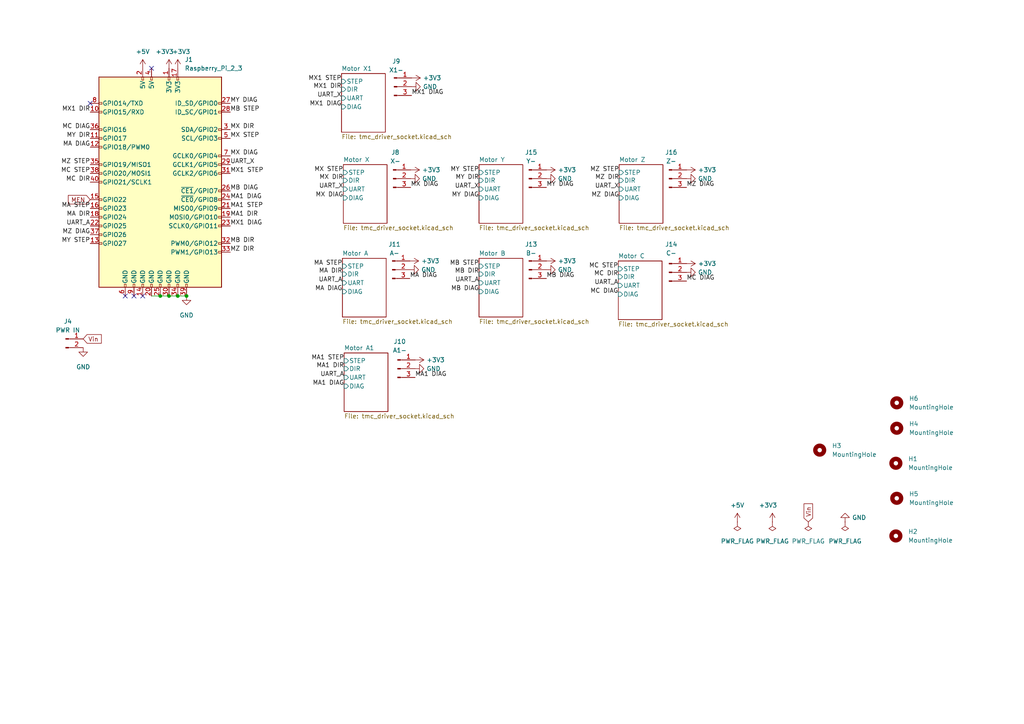
<source format=kicad_sch>
(kicad_sch (version 20211123) (generator eeschema)
  (paper "A4")
  (lib_symbols
    (symbol "Connector:Conn_01x02_Male" (pin_names (offset 1.016) hide)
      (property "Reference" "J" (at 0 2.54 0))
      (property "Value" "Conn_01x02_Male" (at 0 -5.08 0))
      (symbol "Conn_01x02_Male_1_1"
        (polyline (pts (xy 1.27 -2.54) (xy 0.8636 -2.54)) (stroke (width 0.1524)))
        (polyline (pts (xy 1.27 0) (xy 0.8636 0)) (stroke (width 0.1524)))
        (rectangle (start 0.8636 -2.413) (end 0 -2.667) (stroke (width 0.1524)) (fill (type outline)))
        (rectangle (start 0.8636 0.127) (end 0 -0.127) (stroke (width 0.1524)) (fill (type outline)))
        (pin passive line (at 5.08 0 180) (length 3.81) (name "Pin_1") (number "1"))
        (pin passive line (at 5.08 -2.54 180) (length 3.81) (name "Pin_2") (number "2"))
      )
    )
    (symbol "Connector:Conn_01x03_Male" (pin_names (offset 1.016) hide)
      (property "Reference" "J" (at 0 5.08 0))
      (property "Value" "Conn_01x03_Male" (at 0 -5.08 0))
      (symbol "Conn_01x03_Male_1_1"
        (polyline (pts (xy 1.27 -2.54) (xy 0.8636 -2.54)) (stroke (width 0.1524)))
        (polyline (pts (xy 1.27 0) (xy 0.8636 0)) (stroke (width 0.1524)))
        (polyline (pts (xy 1.27 2.54) (xy 0.8636 2.54)) (stroke (width 0.1524)))
        (rectangle (start 0.8636 -2.413) (end 0 -2.667) (stroke (width 0.1524)) (fill (type outline)))
        (rectangle (start 0.8636 0.127) (end 0 -0.127) (stroke (width 0.1524)) (fill (type outline)))
        (rectangle (start 0.8636 2.667) (end 0 2.413) (stroke (width 0.1524)) (fill (type outline)))
        (pin passive line (at 5.08 2.54 180) (length 3.81) (name "Pin_1") (number "1"))
        (pin passive line (at 5.08 0 180) (length 3.81) (name "Pin_2") (number "2"))
        (pin passive line (at 5.08 -2.54 180) (length 3.81) (name "Pin_3") (number "3"))
      )
    )
    (symbol "Connector:Raspberry_Pi_2_3" (pin_names (offset 1.016))
      (property "Reference" "J" (at -17.78 31.75 0))
      (property "Value" "Raspberry_Pi_2_3" (at 10.16 -31.75 0))
      (symbol "Raspberry_Pi_2_3_0_1"
        (rectangle (start -17.78 30.48) (end 17.78 -30.48) (stroke (width 0.254)) (fill (type background)))
      )
      (symbol "Raspberry_Pi_2_3_1_1"
        (rectangle (start -16.891 -17.526) (end -17.78 -18.034))
        (rectangle (start -16.891 -14.986) (end -17.78 -15.494))
        (rectangle (start -16.891 -12.446) (end -17.78 -12.954))
        (rectangle (start -16.891 -9.906) (end -17.78 -10.414))
        (rectangle (start -16.891 -7.366) (end -17.78 -7.874))
        (rectangle (start -16.891 -4.826) (end -17.78 -5.334))
        (rectangle (start -16.891 0.254) (end -17.78 -0.254))
        (rectangle (start -16.891 2.794) (end -17.78 2.286))
        (rectangle (start -16.891 5.334) (end -17.78 4.826))
        (rectangle (start -16.891 10.414) (end -17.78 9.906))
        (rectangle (start -16.891 12.954) (end -17.78 12.446))
        (rectangle (start -16.891 15.494) (end -17.78 14.986))
        (rectangle (start -16.891 20.574) (end -17.78 20.066))
        (rectangle (start -16.891 23.114) (end -17.78 22.606))
        (rectangle (start -10.414 -29.591) (end -9.906 -30.48))
        (rectangle (start -7.874 -29.591) (end -7.366 -30.48))
        (rectangle (start -5.334 -29.591) (end -4.826 -30.48))
        (rectangle (start -5.334 30.48) (end -4.826 29.591))
        (rectangle (start -2.794 -29.591) (end -2.286 -30.48))
        (rectangle (start -2.794 30.48) (end -2.286 29.591))
        (rectangle (start -0.254 -29.591) (end 0.254 -30.48))
        (rectangle (start 2.286 -29.591) (end 2.794 -30.48))
        (rectangle (start 2.286 30.48) (end 2.794 29.591))
        (rectangle (start 4.826 -29.591) (end 5.334 -30.48))
        (rectangle (start 4.826 30.48) (end 5.334 29.591))
        (rectangle (start 7.366 -29.591) (end 7.874 -30.48))
        (rectangle (start 17.78 -20.066) (end 16.891 -20.574))
        (rectangle (start 17.78 -17.526) (end 16.891 -18.034))
        (rectangle (start 17.78 -12.446) (end 16.891 -12.954))
        (rectangle (start 17.78 -9.906) (end 16.891 -10.414))
        (rectangle (start 17.78 -7.366) (end 16.891 -7.874))
        (rectangle (start 17.78 -4.826) (end 16.891 -5.334))
        (rectangle (start 17.78 -2.286) (end 16.891 -2.794))
        (rectangle (start 17.78 2.794) (end 16.891 2.286))
        (rectangle (start 17.78 5.334) (end 16.891 4.826))
        (rectangle (start 17.78 7.874) (end 16.891 7.366))
        (rectangle (start 17.78 12.954) (end 16.891 12.446))
        (rectangle (start 17.78 15.494) (end 16.891 14.986))
        (rectangle (start 17.78 20.574) (end 16.891 20.066))
        (rectangle (start 17.78 23.114) (end 16.891 22.606))
        (pin power_in line (at 2.54 33.02 270) (length 2.54) (name "3V3") (number "1"))
        (pin bidirectional line (at -20.32 20.32 0) (length 2.54) (name "GPIO15/RXD") (number "10"))
        (pin bidirectional line (at -20.32 12.7 0) (length 2.54) (name "GPIO17") (number "11"))
        (pin bidirectional line (at -20.32 10.16 0) (length 2.54) (name "GPIO18/PWM0") (number "12"))
        (pin bidirectional line (at -20.32 -17.78 0) (length 2.54) (name "GPIO27") (number "13"))
        (pin power_in line (at -5.08 -33.02 90) (length 2.54) (name "GND") (number "14"))
        (pin bidirectional line (at -20.32 -5.08 0) (length 2.54) (name "GPIO22") (number "15"))
        (pin bidirectional line (at -20.32 -7.62 0) (length 2.54) (name "GPIO23") (number "16"))
        (pin power_in line (at 5.08 33.02 270) (length 2.54) (name "3V3") (number "17"))
        (pin bidirectional line (at -20.32 -10.16 0) (length 2.54) (name "GPIO24") (number "18"))
        (pin bidirectional line (at 20.32 -10.16 180) (length 2.54) (name "MOSI0/GPIO10") (number "19"))
        (pin power_in line (at -5.08 33.02 270) (length 2.54) (name "5V") (number "2"))
        (pin power_in line (at -2.54 -33.02 90) (length 2.54) (name "GND") (number "20"))
        (pin bidirectional line (at 20.32 -7.62 180) (length 2.54) (name "MISO0/GPIO9") (number "21"))
        (pin bidirectional line (at -20.32 -12.7 0) (length 2.54) (name "GPIO25") (number "22"))
        (pin bidirectional line (at 20.32 -12.7 180) (length 2.54) (name "SCLK0/GPIO11") (number "23"))
        (pin bidirectional line (at 20.32 -5.08 180) (length 2.54) (name "~{CE0}/GPIO8") (number "24"))
        (pin power_in line (at 0 -33.02 90) (length 2.54) (name "GND") (number "25"))
        (pin bidirectional line (at 20.32 -2.54 180) (length 2.54) (name "~{CE1}/GPIO7") (number "26"))
        (pin bidirectional line (at 20.32 22.86 180) (length 2.54) (name "ID_SD/GPIO0") (number "27"))
        (pin bidirectional line (at 20.32 20.32 180) (length 2.54) (name "ID_SC/GPIO1") (number "28"))
        (pin bidirectional line (at 20.32 5.08 180) (length 2.54) (name "GCLK1/GPIO5") (number "29"))
        (pin bidirectional line (at 20.32 15.24 180) (length 2.54) (name "SDA/GPIO2") (number "3"))
        (pin power_in line (at 2.54 -33.02 90) (length 2.54) (name "GND") (number "30"))
        (pin bidirectional line (at 20.32 2.54 180) (length 2.54) (name "GCLK2/GPIO6") (number "31"))
        (pin bidirectional line (at 20.32 -17.78 180) (length 2.54) (name "PWM0/GPIO12") (number "32"))
        (pin bidirectional line (at 20.32 -20.32 180) (length 2.54) (name "PWM1/GPIO13") (number "33"))
        (pin power_in line (at 5.08 -33.02 90) (length 2.54) (name "GND") (number "34"))
        (pin bidirectional line (at -20.32 5.08 0) (length 2.54) (name "GPIO19/MISO1") (number "35"))
        (pin bidirectional line (at -20.32 15.24 0) (length 2.54) (name "GPIO16") (number "36"))
        (pin bidirectional line (at -20.32 -15.24 0) (length 2.54) (name "GPIO26") (number "37"))
        (pin bidirectional line (at -20.32 2.54 0) (length 2.54) (name "GPIO20/MOSI1") (number "38"))
        (pin power_in line (at 7.62 -33.02 90) (length 2.54) (name "GND") (number "39"))
        (pin power_in line (at -2.54 33.02 270) (length 2.54) (name "5V") (number "4"))
        (pin bidirectional line (at -20.32 0 0) (length 2.54) (name "GPIO21/SCLK1") (number "40"))
        (pin bidirectional line (at 20.32 12.7 180) (length 2.54) (name "SCL/GPIO3") (number "5"))
        (pin power_in line (at -10.16 -33.02 90) (length 2.54) (name "GND") (number "6"))
        (pin bidirectional line (at 20.32 7.62 180) (length 2.54) (name "GCLK0/GPIO4") (number "7"))
        (pin bidirectional line (at -20.32 22.86 0) (length 2.54) (name "GPIO14/TXD") (number "8"))
        (pin power_in line (at -7.62 -33.02 90) (length 2.54) (name "GND") (number "9"))
      )
    )
    (symbol "Mechanical:MountingHole" (pin_names (offset 1.016))
      (property "Reference" "H" (at 0 5.08 0))
      (property "Value" "MountingHole" (at 0 3.175 0))
      (symbol "MountingHole_0_1"
        (circle (center 0 0) (radius 1.27) (stroke (width 1.27)))
      )
    )
    (symbol "power:+3V3" (power) (pin_names (offset 0))
      (property "Value" "+3V3" (at 0 3.556 0))
      (symbol "+3V3_0_1"
        (polyline (pts (xy -0.762 1.27) (xy 0 2.54)))
        (polyline (pts (xy 0 0) (xy 0 2.54)))
        (polyline (pts (xy 0 2.54) (xy 0.762 1.27)))
      )
      (symbol "+3V3_1_1"
        (pin power_in line (at 0 0 90) (length 0) hide (name "+3V3") (number "1"))
      )
    )
    (symbol "power:+5V" (power) (pin_names (offset 0))
      (property "Value" "+5V" (at 0 3.556 0))
      (symbol "+5V_0_1"
        (polyline (pts (xy -0.762 1.27) (xy 0 2.54)))
        (polyline (pts (xy 0 0) (xy 0 2.54)))
        (polyline (pts (xy 0 2.54) (xy 0.762 1.27)))
      )
      (symbol "+5V_1_1"
        (pin power_in line (at 0 0 90) (length 0) hide (name "+5V") (number "1"))
      )
    )
    (symbol "power:GND" (power) (pin_names (offset 0))
      (property "Value" "GND" (at 0 -3.81 0))
      (symbol "GND_0_1"
        (polyline (pts (xy 0 0) (xy 0 -1.27) (xy 1.27 -1.27) (xy 0 -2.54) (xy -1.27 -1.27) (xy 0 -1.27)))
      )
      (symbol "GND_1_1"
        (pin power_in line (at 0 0 270) (length 0) hide (name "GND") (number "1"))
      )
    )
    (symbol "power:PWR_FLAG" (power) (pin_numbers hide) (pin_names (offset 0) hide)
      (property "Value" "PWR_FLAG" (at 0 3.81 0))
      (symbol "PWR_FLAG_0_0"
        (pin power_out line (at 0 0 90) (length 0) (name "pwr") (number "1"))
      )
      (symbol "PWR_FLAG_0_1"
        (polyline (pts (xy 0 0) (xy 0 1.27) (xy -1.016 1.905) (xy 0 2.54) (xy 1.016 1.905) (xy 0 1.27)))
      )
    )
  )
  (junction (at 49.022 85.852))
  (junction (at 46.482 85.852))
  (junction (at 51.562 85.852))
  (junction (at 54.102 85.852))
  (no_connect (at 26.162 29.972))
  (no_connect (at 43.942 19.812))
  (no_connect (at 41.402 85.852))
  (no_connect (at 36.322 85.852))
  (no_connect (at 38.862 85.852))
  (wire (pts (xy 51.562 85.852) (xy 54.102 85.852)))
  (wire (pts (xy 49.022 85.852) (xy 51.562 85.852)))
  (wire (pts (xy 43.942 85.852) (xy 46.482 85.852)))
  (wire (pts (xy 46.482 85.852) (xy 49.022 85.852)))
  (label "UART_A" (at 138.938 82.042 180))
  (label "UART_X" (at 66.802 47.752 0))
  (label "MA1 STEP" (at 99.822 104.648 180))
  (label "MB DIAG" (at 138.938 84.582 180))
  (label "MY DIR" (at 26.162 40.132 180))
  (label "MX1 STEP" (at 66.802 50.292 0))
  (label "MC DIR" (at 26.162 52.832 180))
  (label "MX1 DIAG" (at 119.38 27.686 0))
  (label "UART_X" (at 138.938 54.864 180))
  (label "MX1 DIAG" (at 66.802 65.532 0))
  (label "MC DIAG" (at 199.136 81.534 0))
  (label "MZ DIR" (at 179.578 52.324 180))
  (label "UART_X" (at 99.568 54.864 180))
  (label "MB DIR" (at 138.938 79.502 180))
  (label "MA1 DIAG" (at 66.802 57.912 0))
  (label "MX1 DIR" (at 26.162 32.512 180))
  (label "MZ DIR" (at 66.802 73.152 0))
  (label "MA STEP" (at 26.162 60.452 180))
  (label "MC DIR" (at 179.324 80.264 180))
  (label "MA DIAG" (at 118.872 80.772 0))
  (label "MZ DIAG" (at 179.578 57.404 180))
  (label "MX DIR" (at 66.802 37.592 0))
  (label "MA DIAG" (at 26.162 42.672 180))
  (label "MY DIAG" (at 138.938 57.404 180))
  (label "MB STEP" (at 66.802 32.512 0))
  (label "MY DIAG" (at 158.496 54.356 0))
  (label "MZ STEP" (at 26.162 47.752 180))
  (label "UART_A" (at 99.314 82.042 180))
  (label "UART_A" (at 26.162 65.532 180))
  (label "MZ DIAG" (at 199.136 54.356 0))
  (label "MY STEP" (at 138.938 50.038 180))
  (label "MX DIAG" (at 99.568 57.404 180))
  (label "MA1 DIAG" (at 99.822 112.014 180))
  (label "MA DIAG" (at 99.314 84.582 180))
  (label "MC DIAG" (at 179.324 85.344 180))
  (label "MZ DIAG" (at 26.162 68.072 180))
  (label "MY STEP" (at 26.162 70.612 180))
  (label "MA1 STEP" (at 66.802 60.452 0))
  (label "MA STEP" (at 99.314 77.216 180))
  (label "MA1 DIAG" (at 120.396 109.474 0))
  (label "MA1 DIR" (at 99.822 106.934 180))
  (label "MX DIAG" (at 66.802 45.212 0))
  (label "MC STEP" (at 26.162 50.292 180))
  (label "MX STEP" (at 99.568 50.038 180))
  (label "UART_A" (at 179.324 82.804 180))
  (label "MX DIAG" (at 119.126 54.356 0))
  (label "MB DIR" (at 66.802 70.612 0))
  (label "UART_X" (at 99.06 28.448 180))
  (label "MX1 DIR" (at 99.06 25.908 180))
  (label "MZ STEP" (at 179.578 50.038 180))
  (label "MA DIR" (at 26.162 62.992 180))
  (label "UART_A" (at 99.822 109.474 180))
  (label "MX DIR" (at 99.568 52.324 180))
  (label "UART_X" (at 179.578 54.864 180))
  (label "MY DIR" (at 138.938 52.324 180))
  (label "MB DIAG" (at 66.802 55.372 0))
  (label "MC DIAG" (at 26.162 37.592 180))
  (label "MA DIR" (at 99.314 79.502 180))
  (label "MY DIAG" (at 66.802 29.972 0))
  (label "MB STEP" (at 138.938 77.216 180))
  (label "MA1 DIR" (at 66.802 62.992 0))
  (label "MX1 DIAG" (at 99.06 30.988 180))
  (label "MX1 STEP" (at 99.06 23.622 180))
  (label "MX STEP" (at 66.802 40.132 0))
  (label "MB DIAG" (at 158.496 80.772 0))
  (label "MC STEP" (at 179.324 77.978 180))
  (global_label "Vin" (shape input) (at 24.13 98.298 0) (property "Intersheet References" "${INTERSHEET_REFS}" (effects hide)))
  (global_label "MEN" (shape input) (at 26.162 57.912 180) (property "Intersheet References" "${INTERSHEET_REFS}" (effects hide)))
  (global_label "Vin" (shape input) (at 234.442 151.384 90) (property "Intersheet References" "${INTERSHEET_REFS}" (effects hide)))
  (symbol (lib_id "power:GND") (at 119.38 25.146 90) (unit 1)
    (property "Reference" "#PWR011" (effects hide))
    (property "Value" "GND" (at 122.682 25.1459 90) (effects (justify right)))
  )
  (symbol (lib_id "Connector:Conn_01x03_Male") (at 153.416 51.816 0) (unit 1)
    (property "Reference" "J15" (at 154.051 44.196 0))
    (property "Value" "Y-" (at 154.051 46.736 0))
    (property "Footprint" "Connector_PinHeader_2.54mm:PinHeader_1x03_P2.54mm_Vertical" (effects hide))
  )
  (symbol (lib_id "power:+3V3") (at 120.396 104.394 270) (unit 1)
    (property "Reference" "#PWR016" (effects hide))
    (property "Value" "+3V3" (at 123.698 104.3939 90) (effects (justify left)))
  )
  (symbol (lib_id "power:GND") (at 158.496 51.816 90) (unit 1)
    (property "Reference" "#PWR074" (effects hide))
    (property "Value" "GND" (at 161.798 51.8159 90) (effects (justify right)))
  )
  (symbol (lib_id "power:+3V3") (at 199.136 76.454 270) (unit 1)
    (property "Reference" "#PWR091" (effects hide))
    (property "Value" "+3V3" (at 202.438 76.4539 90) (effects (justify left)))
  )
  (symbol (lib_id "Connector:Conn_01x03_Male") (at 114.046 51.816 0) (unit 1)
    (property "Reference" "J8" (at 114.681 44.196 0))
    (property "Value" "X-" (at 114.681 46.736 0))
    (property "Footprint" "Connector_PinHeader_2.54mm:PinHeader_1x03_P2.54mm_Vertical" (effects hide))
  )
  (symbol (lib_id "power:+3V3") (at 119.126 49.276 270) (unit 1)
    (property "Reference" "#PWR067" (effects hide))
    (property "Value" "+3V3" (at 122.428 49.2759 90) (effects (justify left)))
  )
  (symbol (lib_id "power:PWR_FLAG") (at 234.442 151.384 180) (unit 1)
    (property "Reference" "#FLG0103" (effects hide))
    (property "Value" "PWR_FLAG" (at 234.442 156.972 0))
  )
  (symbol (lib_id "power:+3V3") (at 118.872 75.692 270) (unit 1)
    (property "Reference" "#PWR087" (effects hide))
    (property "Value" "+3V3" (at 122.174 75.6919 90) (effects (justify left)))
  )
  (symbol (lib_id "Mechanical:MountingHole") (at 259.842 134.366 0) (unit 1)
    (property "Reference" "H1" (at 263.398 133.0959 0) (effects (justify left)))
    (property "Value" "MountingHole" (at 263.398 135.6359 0) (effects (justify left)))
    (property "Footprint" "MountingHole:MountingHole_2.7mm_M2.5_ISO14580" (effects hide))
  )
  (symbol (lib_id "power:PWR_FLAG") (at 224.028 151.384 180) (unit 1)
    (property "Reference" "#FLG0102" (effects hide))
    (property "Value" "PWR_FLAG" (at 224.028 156.972 0))
  )
  (symbol (lib_id "power:GND") (at 199.136 78.994 90) (unit 1)
    (property "Reference" "#PWR092" (effects hide))
    (property "Value" "GND" (at 202.438 78.9939 90) (effects (justify right)))
  )
  (symbol (lib_id "power:GND") (at 158.496 78.232 90) (unit 1)
    (property "Reference" "#PWR090" (effects hide))
    (property "Value" "GND" (at 161.798 78.2319 90) (effects (justify right)))
  )
  (symbol (lib_id "Connector:Conn_01x03_Male") (at 115.316 106.934 0) (unit 1)
    (property "Reference" "J10" (at 115.951 99.06 0))
    (property "Value" "A1-" (at 115.951 101.6 0))
    (property "Footprint" "Connector_PinHeader_2.54mm:PinHeader_1x03_P2.54mm_Vertical" (effects hide))
  )
  (symbol (lib_id "power:GND") (at 120.396 106.934 90) (unit 1)
    (property "Reference" "#PWR021" (effects hide))
    (property "Value" "GND" (at 123.698 106.9339 90) (effects (justify right)))
  )
  (symbol (lib_id "power:GND") (at 245.11 151.384 180) (unit 1)
    (property "Reference" "#PWR072" (effects hide))
    (property "Value" "GND" (at 247.142 150.1139 0) (effects (justify right)))
  )
  (symbol (lib_id "Connector:Conn_01x03_Male") (at 194.056 78.994 0) (unit 1)
    (property "Reference" "J14" (at 194.691 70.866 0))
    (property "Value" "C-" (at 194.691 73.406 0))
    (property "Footprint" "Connector_PinHeader_2.54mm:PinHeader_1x03_P2.54mm_Vertical" (effects hide))
  )
  (symbol (lib_id "power:GND") (at 118.872 78.232 90) (unit 1)
    (property "Reference" "#PWR088" (effects hide))
    (property "Value" "GND" (at 122.174 78.2319 90) (effects (justify right)))
  )
  (symbol (lib_id "Connector:Conn_01x03_Male") (at 194.056 51.816 0) (unit 1)
    (property "Reference" "J16" (at 194.691 44.196 0))
    (property "Value" "Z-" (at 194.691 46.736 0))
    (property "Footprint" "Connector_PinHeader_2.54mm:PinHeader_1x03_P2.54mm_Vertical" (effects hide))
  )
  (symbol (lib_id "power:+3V3") (at 119.38 22.606 270) (unit 1)
    (property "Reference" "#PWR04" (effects hide))
    (property "Value" "+3V3" (at 122.682 22.6059 90) (effects (justify left)))
  )
  (symbol (lib_id "Connector:Conn_01x03_Male") (at 114.3 25.146 0) (unit 1)
    (property "Reference" "J9" (at 114.935 17.78 0))
    (property "Value" "X1-" (at 114.935 20.32 0))
    (property "Footprint" "Connector_PinHeader_2.54mm:PinHeader_1x03_P2.54mm_Vertical" (effects hide))
  )
  (symbol (lib_id "Mechanical:MountingHole") (at 260.096 124.206 0) (unit 1)
    (property "Reference" "H4" (at 263.652 122.9359 0) (effects (justify left)))
    (property "Value" "MountingHole" (at 263.652 125.4759 0) (effects (justify left)))
    (property "Footprint" "MountingHole:MountingHole_2.7mm_M2.5_ISO14580" (effects hide))
  )
  (symbol (lib_id "Connector:Conn_01x02_Male") (at 19.05 98.298 0) (unit 1)
    (property "Reference" "J4" (at 19.685 93.218 0))
    (property "Value" "PWR IN" (at 19.685 95.758 0))
    (property "Footprint" "Connector_Phoenix_MC:PhoenixContact_MC_1,5_2-G-3.5_1x02_P3.50mm_Horizontal" (effects hide))
  )
  (symbol (lib_id "Mechanical:MountingHole") (at 237.744 130.556 0) (unit 1)
    (property "Reference" "H3" (at 241.3 129.2859 0) (effects (justify left)))
    (property "Value" "MountingHole" (at 241.3 131.8259 0) (effects (justify left)))
    (property "Footprint" "MountingHole:MountingHole_2.7mm_M2.5_ISO14580" (effects hide))
  )
  (symbol (lib_id "power:+3V3") (at 158.496 75.692 270) (unit 1)
    (property "Reference" "#PWR089" (effects hide))
    (property "Value" "+3V3" (at 161.798 75.6919 90) (effects (justify left)))
  )
  (symbol (lib_id "power:PWR_FLAG") (at 245.11 151.384 180) (unit 1)
    (property "Reference" "#FLG01" (effects hide))
    (property "Value" "PWR_FLAG" (at 245.11 156.972 0))
  )
  (symbol (lib_id "power:GND") (at 119.126 51.816 90) (unit 1)
    (property "Reference" "#PWR068" (effects hide))
    (property "Value" "GND" (at 122.428 51.8159 90) (effects (justify right)))
  )
  (symbol (lib_id "power:+3V3") (at 158.496 49.276 270) (unit 1)
    (property "Reference" "#PWR073" (effects hide))
    (property "Value" "+3V3" (at 161.798 49.2759 90) (effects (justify left)))
  )
  (symbol (lib_id "Connector:Conn_01x03_Male") (at 153.416 78.232 0) (unit 1)
    (property "Reference" "J13" (at 154.051 70.866 0))
    (property "Value" "B-" (at 154.051 73.406 0))
    (property "Footprint" "Connector_PinHeader_2.54mm:PinHeader_1x03_P2.54mm_Vertical" (effects hide))
  )
  (symbol (lib_id "Mechanical:MountingHole") (at 259.842 155.448 0) (unit 1)
    (property "Reference" "H2" (at 263.398 154.1779 0) (effects (justify left)))
    (property "Value" "MountingHole" (at 263.398 156.7179 0) (effects (justify left)))
    (property "Footprint" "MountingHole:MountingHole_2.7mm_M2.5_ISO14580" (effects hide))
  )
  (symbol (lib_id "power:GND") (at 199.136 51.816 90) (unit 1)
    (property "Reference" "#PWR076" (effects hide))
    (property "Value" "GND" (at 202.438 51.8159 90) (effects (justify right)))
  )
  (symbol (lib_id "Mechanical:MountingHole") (at 260.096 116.84 0) (unit 1)
    (property "Reference" "H6" (at 263.652 115.5699 0) (effects (justify left)))
    (property "Value" "MountingHole" (at 263.652 118.1099 0) (effects (justify left)))
    (property "Footprint" "MountingHole:MountingHole_2.7mm_M2.5_ISO14580" (effects hide))
  )
  (symbol (lib_id "power:GND") (at 24.13 100.838 0) (unit 1)
    (property "Reference" "#PWR0101" (effects hide))
    (property "Value" "GND" (at 24.13 106.426 0))
  )
  (symbol (lib_id "power:GND") (at 54.102 85.852 0) (unit 1)
    (property "Reference" "#PWR08" (effects hide))
    (property "Value" "GND" (at 54.102 91.44 0))
  )
  (symbol (lib_id "power:+5V") (at 41.402 19.812 0) (unit 1)
    (property "Reference" "#PWR0123" (effects hide))
    (property "Value" "+5V" (at 41.402 14.986 0))
  )
  (symbol (lib_id "Connector:Conn_01x03_Male") (at 113.792 78.232 0) (unit 1)
    (property "Reference" "J11" (at 114.427 70.866 0))
    (property "Value" "A-" (at 114.427 73.406 0))
    (property "Footprint" "Connector_PinHeader_2.54mm:PinHeader_1x03_P2.54mm_Vertical" (effects hide))
  )
  (symbol (lib_id "Connector:Raspberry_Pi_2_3") (at 46.482 52.832 0) (unit 1)
    (property "Reference" "J1" (at 53.5814 17.272 0) (effects (justify left)))
    (property "Value" "Raspberry_Pi_2_3" (at 53.5814 19.812 0) (effects (justify left)))
    (property "Footprint" "Connector_PinSocket_2.54mm:PinSocket_2x20_P2.54mm_Vertical" (effects hide))
    (property "Datasheet" "https://www.raspberrypi.org/documentation/hardware/raspberrypi/schematics/rpi_SCH_3bplus_1p0_reduced.pdf" (effects hide))
  )
  (symbol (lib_id "power:PWR_FLAG") (at 213.868 151.384 180) (unit 1)
    (property "Reference" "#FLG0101" (effects hide))
    (property "Value" "PWR_FLAG" (at 213.868 156.972 0))
  )
  (symbol (lib_id "power:+3V3") (at 51.562 19.812 0) (unit 1)
    (property "Reference" "#PWR0102" (effects hide))
    (property "Value" "+3V3" (at 52.578 14.986 0))
  )
  (symbol (lib_id "power:+5V") (at 213.868 151.384 0) (unit 1)
    (property "Reference" "#PWR0104" (effects hide))
    (property "Value" "+5V" (at 213.868 146.558 0))
  )
  (symbol (lib_id "Mechanical:MountingHole") (at 260.096 144.526 0) (unit 1)
    (property "Reference" "H5" (at 263.652 143.2559 0) (effects (justify left)))
    (property "Value" "MountingHole" (at 263.652 145.7959 0) (effects (justify left)))
    (property "Footprint" "MountingHole:MountingHole_2.7mm_M2.5_ISO14580" (effects hide))
  )
  (symbol (lib_id "power:+3V3") (at 199.136 49.276 270) (unit 1)
    (property "Reference" "#PWR075" (effects hide))
    (property "Value" "+3V3" (at 202.438 49.2759 90) (effects (justify left)))
  )
  (symbol (lib_id "power:+3V3") (at 224.028 151.384 0) (unit 1)
    (property "Reference" "#PWR0103" (effects hide))
    (property "Value" "+3V3" (at 222.758 146.558 0))
  )
  (symbol (lib_id "power:+3V3") (at 49.022 19.812 0) (unit 1)
    (property "Reference" "#PWR07" (effects hide))
    (property "Value" "+3V3" (at 47.752 14.986 0))
  )
  (sheet (at 179.324 75.692) (size 12.7 17.018) (stroke (width 0.1524))
    (property "Sheet name" "Motor C" (at 179.324 74.9804 0) (effects (justify left bottom)))
    (property "Sheet file" "tmc_driver_socket.kicad_sch" (at 179.324 93.2946 0) (effects (justify left top)))
    (pin "UART" input (at 179.324 82.804 180))
    (pin "DIR" input (at 179.324 80.264 180))
    (pin "DIAG" input (at 179.324 85.344 180))
    (pin "STEP" input (at 179.324 77.978 180))
  )
  (sheet (at 99.822 102.362) (size 12.7 17.018) (stroke (width 0.1524))
    (property "Sheet name" "Motor A1" (at 99.822 101.6504 0) (effects (justify left bottom)))
    (property "Sheet file" "tmc_driver_socket.kicad_sch" (at 99.822 119.9646 0) (effects (justify left top)))
    (pin "UART" input (at 99.822 109.474 180))
    (pin "DIR" input (at 99.822 106.934 180))
    (pin "DIAG" input (at 99.822 112.014 180))
    (pin "STEP" input (at 99.822 104.648 180))
  )
  (sheet (at 99.314 74.93) (size 12.7 17.018) (stroke (width 0.1524))
    (property "Sheet name" "Motor A" (at 99.314 74.2184 0) (effects (justify left bottom)))
    (property "Sheet file" "tmc_driver_socket.kicad_sch" (at 99.314 92.5326 0) (effects (justify left top)))
    (pin "UART" input (at 99.314 82.042 180))
    (pin "DIR" input (at 99.314 79.502 180))
    (pin "DIAG" input (at 99.314 84.582 180))
    (pin "STEP" input (at 99.314 77.216 180))
  )
  (sheet (at 99.568 47.752) (size 12.7 17.018) (stroke (width 0.1524))
    (property "Sheet name" "Motor X" (at 99.568 47.0404 0) (effects (justify left bottom)))
    (property "Sheet file" "tmc_driver_socket.kicad_sch" (at 99.568 65.3546 0) (effects (justify left top)))
    (pin "UART" input (at 99.568 54.864 180))
    (pin "DIR" input (at 99.568 52.324 180))
    (pin "DIAG" input (at 99.568 57.404 180))
    (pin "STEP" input (at 99.568 50.038 180))
  )
  (sheet (at 179.578 47.752) (size 12.7 17.018) (stroke (width 0.1524))
    (property "Sheet name" "Motor Z" (at 179.578 47.0404 0) (effects (justify left bottom)))
    (property "Sheet file" "tmc_driver_socket.kicad_sch" (at 179.578 65.3546 0) (effects (justify left top)))
    (pin "UART" input (at 179.578 54.864 180))
    (pin "DIR" input (at 179.578 52.324 180))
    (pin "DIAG" input (at 179.578 57.404 180))
    (pin "STEP" input (at 179.578 50.038 180))
  )
  (sheet (at 138.938 47.752) (size 12.7 17.018) (stroke (width 0.1524))
    (property "Sheet name" "Motor Y" (at 138.938 47.0404 0) (effects (justify left bottom)))
    (property "Sheet file" "tmc_driver_socket.kicad_sch" (at 138.938 65.3546 0) (effects (justify left top)))
    (pin "UART" input (at 138.938 54.864 180))
    (pin "DIR" input (at 138.938 52.324 180))
    (pin "DIAG" input (at 138.938 57.404 180))
    (pin "STEP" input (at 138.938 50.038 180))
  )
  (sheet (at 99.06 21.336) (size 12.7 17.018) (stroke (width 0.1524))
    (property "Sheet name" "Motor X1" (at 99.06 20.6244 0) (effects (justify left bottom)))
    (property "Sheet file" "tmc_driver_socket.kicad_sch" (at 99.06 38.9386 0) (effects (justify left top)))
    (pin "UART" input (at 99.06 28.448 180))
    (pin "DIR" input (at 99.06 25.908 180))
    (pin "DIAG" input (at 99.06 30.988 180))
    (pin "STEP" input (at 99.06 23.622 180))
  )
  (sheet (at 138.938 74.93) (size 12.7 17.018) (stroke (width 0.1524))
    (property "Sheet name" "Motor B" (at 138.938 74.2184 0) (effects (justify left bottom)))
    (property "Sheet file" "tmc_driver_socket.kicad_sch" (at 138.938 92.5326 0) (effects (justify left top)))
    (pin "UART" input (at 138.938 82.042 180))
    (pin "DIR" input (at 138.938 79.502 180))
    (pin "DIAG" input (at 138.938 84.582 180))
    (pin "STEP" input (at 138.938 77.216 180))
  )
)
</source>
